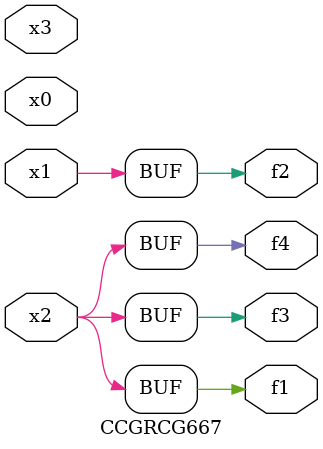
<source format=v>
module CCGRCG667(
	input x0, x1, x2, x3,
	output f1, f2, f3, f4
);
	assign f1 = x2;
	assign f2 = x1;
	assign f3 = x2;
	assign f4 = x2;
endmodule

</source>
